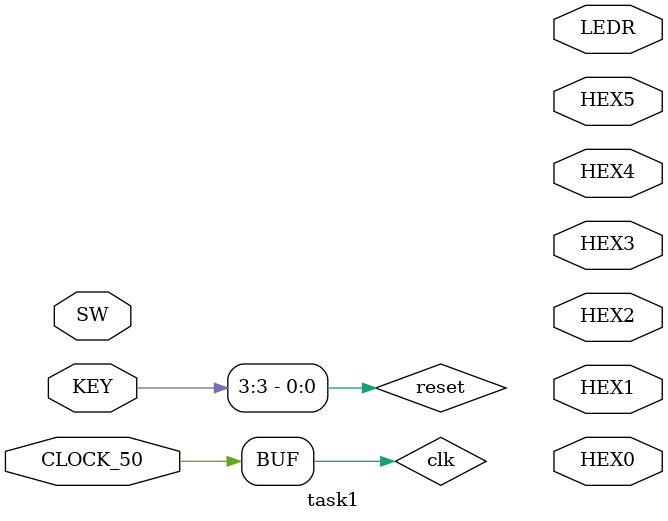
<source format=sv>
module task1(input logic CLOCK_50, input logic [3:0] KEY, input logic [9:0] SW,
             output logic [6:0] HEX0, output logic [6:0] HEX1, output logic [6:0] HEX2,
             output logic [6:0] HEX3, output logic [6:0] HEX4, output logic [6:0] HEX5,
             output logic [9:0] LEDR);

	wire reset = KEY[3];
	wire clk = CLOCK_50; 
	wire [7:0] addr, wrdata;
	wire wren;
	reg en; 
	
    s_mem s( addr, clk, wrdata, wren, q );
	
	init I(clk, reset, en, rdy, addr, wrdata, wren);
			
    always_ff @(posedge clk or negedge reset) begin 
		if (~reset) 
			en <= 1'b1; 
		else
			en <= 1'b0; 
	end	

endmodule: task1

</source>
